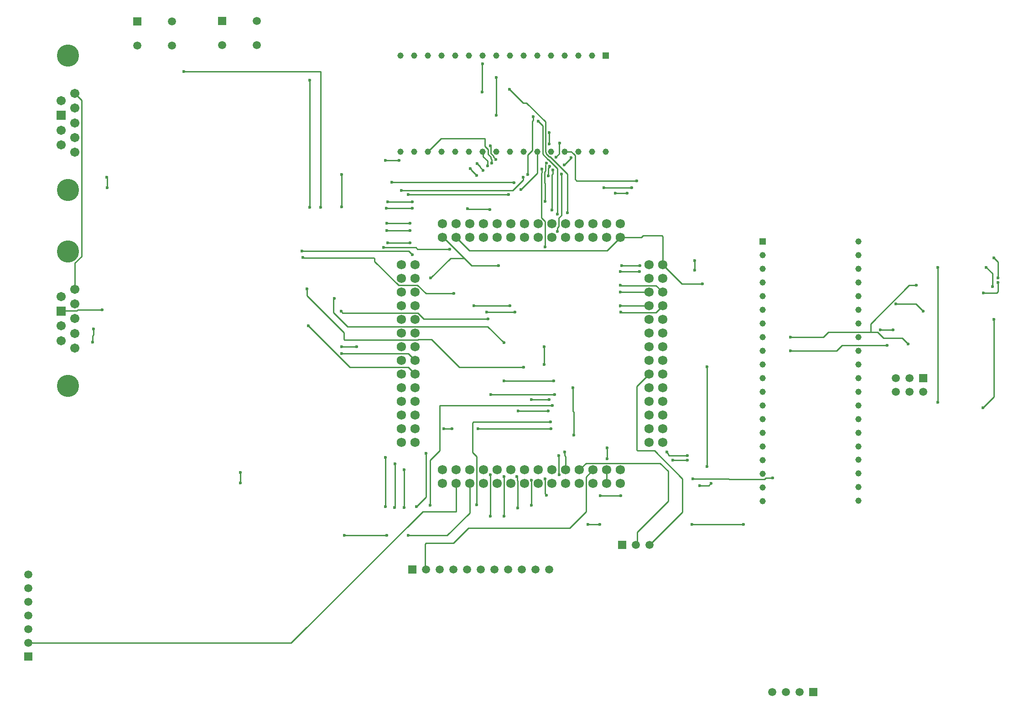
<source format=gbr>
G04*
G04 #@! TF.GenerationSoftware,Altium Limited,Altium Designer,22.4.2 (48)*
G04*
G04 Layer_Physical_Order=2*
G04 Layer_Color=16711680*
%FSLAX25Y25*%
%MOIN*%
G70*
G04*
G04 #@! TF.SameCoordinates,08344E4B-EA76-4565-9D62-395010ACA534*
G04*
G04*
G04 #@! TF.FilePolarity,Positive*
G04*
G01*
G75*
%ADD13C,0.01000*%
%ADD57C,0.04528*%
%ADD58R,0.04528X0.04528*%
%ADD59R,0.05937X0.05937*%
%ADD60C,0.05937*%
%ADD61R,0.05937X0.05937*%
%ADD62R,0.04528X0.04528*%
%ADD63C,0.05898*%
%ADD64R,0.05898X0.05898*%
%ADD65C,0.06724*%
%ADD66R,0.06724X0.06724*%
%ADD67C,0.16205*%
%ADD68C,0.06791*%
%ADD69C,0.02362*%
D13*
X419500Y425750D02*
Y426000D01*
X414500Y420750D02*
X419500Y425750D01*
X414500Y420500D02*
Y420750D01*
X391239Y452715D02*
X391739Y453215D01*
X391239Y431338D02*
Y452715D01*
X403500Y436000D02*
Y444000D01*
X411000Y436500D02*
X411082Y436582D01*
X403500Y444000D02*
X403646Y444146D01*
X411000Y429000D02*
Y436500D01*
X391739Y453215D02*
Y455739D01*
X391896Y455896D01*
X354500Y474000D02*
Y493631D01*
X355000Y494131D01*
Y494500D01*
X57000Y472968D02*
X61862Y468106D01*
Y353676D02*
Y468106D01*
X57000Y348814D02*
X61862Y353676D01*
X57000Y329756D02*
Y348814D01*
X345181Y357819D02*
X445819D01*
X455500Y367500D01*
X335500D02*
X345181Y357819D01*
X47000Y313575D02*
X47532Y314106D01*
X58606D01*
X59000Y314500D01*
X77000D01*
X477000Y142500D02*
X501000Y166500D01*
X467945Y143445D02*
Y145499D01*
X468000Y145554D02*
Y152000D01*
X490500Y174500D02*
Y196500D01*
X468000Y152000D02*
X490500Y174500D01*
X467000Y142500D02*
X467945Y143445D01*
Y145499D02*
X468000Y145554D01*
X484604Y202396D02*
X490500Y196500D01*
X341396Y352396D02*
X346792Y347000D01*
X326292Y367500D02*
X341396Y352396D01*
X317000Y338000D02*
X331396Y352396D01*
X341396D01*
X305000Y218000D02*
X305500Y217500D01*
X325500Y367500D02*
X326292D01*
X346792Y347000D02*
X366500D01*
X456500D02*
X470000D01*
X472241Y369000D02*
X485914D01*
X486500Y347500D02*
Y368414D01*
X455500Y367500D02*
X470741D01*
X472241Y369000D01*
X485914D02*
X486500Y368414D01*
Y347500D02*
X500500Y333500D01*
X515500D01*
X446000Y206500D02*
Y213500D01*
X491318Y208000D02*
X504500D01*
X415500Y197500D02*
Y207288D01*
X415000Y207788D02*
Y210424D01*
X414955Y210469D02*
X415000Y210424D01*
X490611Y208707D02*
X491318Y208000D01*
X490611Y208707D02*
Y209202D01*
X415000Y207788D02*
X415500Y207288D01*
X489500Y210313D02*
Y210681D01*
Y210313D02*
X490611Y209202D01*
X520131Y186000D02*
X521631Y187500D01*
X522000D01*
X513500Y186000D02*
X520131D01*
X519000Y200000D02*
Y273000D01*
X445500Y187500D02*
Y197500D01*
X480500Y211500D02*
X501000Y191000D01*
Y166500D02*
Y191000D01*
X467500Y212086D02*
X468086Y211500D01*
X467500Y212086D02*
Y258500D01*
X468086Y211500D02*
X480500D01*
X430396Y202396D02*
X484604D01*
X425500Y197500D02*
X430396Y202396D01*
X467500Y258500D02*
X476500Y267500D01*
X313000Y125000D02*
Y143414D01*
X313586Y144000D02*
X333500D01*
X313000Y125000D02*
X313500Y124500D01*
X313000Y143414D02*
X313586Y144000D01*
X333500D02*
X344500Y155000D01*
X418500D01*
X430396Y166896D02*
Y192396D01*
X418500Y155000D02*
X430396Y166896D01*
Y192396D02*
X435500Y197500D01*
X306500Y170500D02*
X313500Y177500D01*
Y209500D01*
X326500Y227500D02*
X332500D01*
X351500D02*
X405000D01*
X421500Y223000D02*
Y239870D01*
X421000Y240370D02*
Y257500D01*
Y240370D02*
X421500Y239870D01*
X350396Y171896D02*
Y207245D01*
X347500Y210141D02*
X350396Y207245D01*
X347500Y210141D02*
Y231914D01*
X348086Y232500D01*
X353500D01*
X353500Y232500D01*
X404500D01*
X360500Y163500D02*
Y194000D01*
X370500Y163500D02*
Y192500D01*
X380105Y189819D02*
X380500Y189424D01*
X380000Y192500D02*
X380105Y192395D01*
Y189819D02*
Y192395D01*
X380500Y169500D02*
Y189424D01*
X381000Y240500D02*
X403000D01*
X311086Y167086D02*
X335500D01*
X215000Y71000D02*
X311086Y167086D01*
X335500D02*
Y187500D01*
X316500Y204500D02*
X323500Y211500D01*
X316500Y171500D02*
Y204500D01*
X323500Y211500D02*
Y244500D01*
X406000D01*
X370500Y262500D02*
X407000D01*
X410500Y194500D02*
X411000Y194000D01*
X410500Y194500D02*
Y208000D01*
X390495Y171505D02*
X390500Y171500D01*
X390490Y189990D02*
X390495Y189985D01*
Y171505D02*
Y189985D01*
X390500Y249000D02*
X403500D01*
X361000Y252500D02*
X407500D01*
X534556Y191000D02*
X535056Y190500D01*
X508500Y191000D02*
X534556D01*
X535056Y190500D02*
X560744D01*
X561744Y191500D01*
X567000D01*
X400500Y180000D02*
X401000Y179500D01*
X400500Y180000D02*
Y191000D01*
X400000Y274500D02*
Y287500D01*
X253448Y293052D02*
X253896Y292604D01*
X226500Y325000D02*
X253448Y298052D01*
X226500Y325000D02*
Y330000D01*
X253448Y293052D02*
Y298052D01*
X307528Y292604D02*
X307924Y293000D01*
X317500D01*
X253896Y292604D02*
X307528D01*
X317500Y293000D02*
X338000Y272500D01*
X385000D01*
X245750Y322250D02*
X246500Y323000D01*
X245750Y312750D02*
Y322250D01*
Y312750D02*
X256104Y302396D01*
X358604D01*
X370500Y290500D01*
X252604Y312396D02*
X307528D01*
X251500Y313500D02*
X252604Y312396D01*
X307528D02*
X311924Y308000D01*
X359000D01*
X223500Y353000D02*
X224000Y352500D01*
X223000Y353500D02*
X223500Y353000D01*
X224000Y352500D02*
X275414D01*
X276000Y350077D02*
Y351914D01*
X275414Y352500D02*
X276000Y351914D01*
Y350077D02*
X293472Y332604D01*
X307319D01*
X313423Y326500D01*
X334000D01*
X282500Y360181D02*
X306159D01*
X307341Y359000D02*
X331000D01*
X301000Y357500D02*
X303500Y355000D01*
X223000Y357500D02*
X301000D01*
X306159Y360181D02*
X307341Y359000D01*
X222500Y358000D02*
X223000Y357500D01*
X285500Y363500D02*
X302000D01*
X227500Y303000D02*
X257896Y272604D01*
X300396D01*
X305500Y267500D01*
X252000Y287500D02*
X263000D01*
X252000Y282500D02*
X300500D01*
X305500Y277500D01*
X228500Y389500D02*
Y482500D01*
X136500Y489000D02*
X236500D01*
Y389500D02*
Y489000D01*
X254000Y149500D02*
X285000D01*
X300500D02*
X329000D01*
X345500Y166000D01*
Y187500D01*
X23000Y71000D02*
X215000D01*
X284000Y170500D02*
Y206500D01*
X291000Y170500D02*
Y202000D01*
X297500Y170000D02*
Y197500D01*
X432000Y157500D02*
X440500D01*
X508000D02*
X545500D01*
X494000Y204500D02*
X504500D01*
X252000Y390000D02*
Y413500D01*
X285500Y393500D02*
X303500D01*
X481604Y332396D02*
X486500Y327500D01*
X456104Y332396D02*
X481604D01*
X455500Y327500D02*
X476500D01*
X80000Y412000D02*
X80250Y411750D01*
X80500Y404000D02*
Y411500D01*
X80250Y411750D02*
X80500Y411500D01*
X348500Y317500D02*
X375000D01*
X455000Y317000D02*
X455500Y317500D01*
X476500D01*
X285000Y372500D02*
X302000D01*
X358000Y313000D02*
X378500D01*
X456396Y312604D02*
X481604D01*
X486500Y317500D01*
X456000Y313000D02*
X456396Y312604D01*
X284000Y424000D02*
X294000D01*
X455500Y342500D02*
X469500D01*
X285000Y378000D02*
X302000D01*
X284500Y389000D02*
X303500D01*
X178000Y188000D02*
Y195500D01*
X70000Y295630D02*
X70500Y296130D01*
X70000Y291000D02*
Y295630D01*
X70500Y296130D02*
Y300500D01*
X383000Y402500D02*
X395000Y414500D01*
Y430421D01*
X288500Y408000D02*
X377131D01*
X377631Y407500D01*
X378000D01*
X388000Y413500D02*
Y428098D01*
X391239Y431338D01*
X384646Y409646D02*
Y411646D01*
X295500Y402000D02*
X377000D01*
X384646Y409646D01*
X409500Y384500D02*
Y417902D01*
X402745Y424657D02*
X409500Y417902D01*
X403000Y418131D02*
X403989Y419121D01*
Y419489D01*
X402613Y424657D02*
X402745D01*
X403000Y412500D02*
Y418131D01*
X398764Y428506D02*
Y449236D01*
Y428506D02*
X402613Y424657D01*
X405681Y413611D02*
X406164Y414094D01*
Y416925D01*
X405500Y387500D02*
Y400779D01*
X400319Y407365D02*
Y415604D01*
X401000Y416285D01*
X405681Y400960D02*
Y413611D01*
X400319Y407365D02*
X400500Y407184D01*
X401000Y416285D02*
Y420500D01*
X405500Y400779D02*
X405681Y400960D01*
X398146Y414792D02*
Y417646D01*
X397819Y382105D02*
Y414465D01*
X398146Y414792D01*
X400500Y394000D02*
Y407184D01*
Y360500D02*
Y379423D01*
X397819Y382105D02*
X400500Y379423D01*
X409500Y372000D02*
X409605Y372105D01*
X412500Y383708D02*
Y414000D01*
X410604Y375681D02*
Y381813D01*
X412500Y383708D01*
X300500Y399000D02*
X374000D01*
X359906Y388302D02*
X360104Y388104D01*
X344000Y388500D02*
X344198Y388302D01*
X359906D01*
X346500Y417000D02*
X350500Y413000D01*
X346500Y417000D02*
Y417500D01*
X355343Y426657D02*
Y430079D01*
X355000Y430421D02*
X355343Y430079D01*
X358500Y420000D02*
Y423500D01*
X355343Y426657D02*
X358500Y423500D01*
X361000Y425181D02*
Y426270D01*
Y425181D02*
X361500Y424681D01*
Y422000D02*
Y424681D01*
X351000Y421500D02*
X353277Y419223D01*
Y418808D02*
X355319Y416766D01*
X353277Y418808D02*
Y419223D01*
X315000Y430421D02*
X324579Y440000D01*
X356500D01*
X360761Y432812D02*
X360764Y432809D01*
Y429335D02*
Y432809D01*
X356500Y434244D02*
Y440000D01*
Y434244D02*
X358764Y431980D01*
Y428506D02*
Y431980D01*
Y428506D02*
X361000Y426270D01*
X360500Y434500D02*
X360761Y434239D01*
X360764Y429335D02*
X363000Y427099D01*
X360761Y432812D02*
Y434239D01*
X364500Y424500D02*
Y424869D01*
X363000Y426369D02*
X364500Y424869D01*
X363000Y426369D02*
Y427099D01*
X421236Y428862D02*
X422411Y427688D01*
X423586Y409000D02*
X467500D01*
X422411Y410175D02*
Y427688D01*
X419704Y430421D02*
X421236Y428890D01*
Y428862D02*
Y428890D01*
X422411Y410175D02*
X423586Y409000D01*
X415000Y430421D02*
X419704D01*
X443500Y404000D02*
X464000D01*
X452000Y400000D02*
X460500D01*
X451500D02*
X452000D01*
X510000Y343500D02*
Y350500D01*
X408396Y426396D02*
X411000Y429000D01*
X404343Y426657D02*
X417000Y414000D01*
X401236Y428862D02*
X403441Y426657D01*
X400764Y430236D02*
X401236Y429764D01*
X403441Y426657D02*
X404343D01*
X401236Y428862D02*
Y429764D01*
X400764Y430236D02*
Y452236D01*
X417000Y385500D02*
Y414000D01*
X409605Y374681D02*
X410604Y375681D01*
X409605Y372105D02*
Y374681D01*
X386917Y466083D02*
X400764Y452236D01*
X395500Y452500D02*
X398764Y449236D01*
X365000Y457000D02*
Y484500D01*
X374500Y476000D02*
X384417Y466083D01*
X386917D01*
X441000Y178500D02*
X456000D01*
X687500Y247000D02*
Y345500D01*
X730500Y327000D02*
X731500Y328000D01*
Y334500D01*
Y338000D02*
Y349500D01*
X728500Y352500D02*
X731500Y349500D01*
X721000Y327000D02*
X730500D01*
X728500Y251000D02*
Y307500D01*
X720500Y243000D02*
X728500Y251000D01*
X638500Y298264D02*
X643445D01*
X607596D02*
X638500D01*
Y304292D02*
X666708Y332500D01*
X638500Y298264D02*
Y304292D01*
X666708Y332500D02*
X672000D01*
X661618Y293882D02*
X666000Y289500D01*
X647826Y293882D02*
X661618D01*
X643445Y298264D02*
X647826Y293882D01*
X603832Y294500D02*
X607596Y298264D01*
X580000Y294500D02*
X603832D01*
X617434Y288500D02*
X650500D01*
X580000Y284500D02*
X613434D01*
X617434Y288500D01*
X727381Y331500D02*
Y341120D01*
X723000Y345500D02*
X727381Y341120D01*
X657000Y319000D02*
X671500D01*
X677000Y313500D01*
X645500Y300000D02*
X655000D01*
D57*
X629500Y364500D02*
D03*
Y354500D02*
D03*
Y344500D02*
D03*
Y334500D02*
D03*
Y324500D02*
D03*
Y314500D02*
D03*
Y304500D02*
D03*
Y294500D02*
D03*
Y284500D02*
D03*
Y274500D02*
D03*
Y264500D02*
D03*
Y254500D02*
D03*
Y244500D02*
D03*
Y234500D02*
D03*
Y224500D02*
D03*
Y214500D02*
D03*
X559421Y254500D02*
D03*
Y264500D02*
D03*
Y274500D02*
D03*
Y284500D02*
D03*
Y294500D02*
D03*
Y304500D02*
D03*
Y314500D02*
D03*
Y324500D02*
D03*
Y334500D02*
D03*
Y344500D02*
D03*
Y354500D02*
D03*
Y244500D02*
D03*
Y234500D02*
D03*
Y224500D02*
D03*
Y214500D02*
D03*
Y204500D02*
D03*
Y194500D02*
D03*
Y184500D02*
D03*
Y174500D02*
D03*
X629421Y205000D02*
D03*
Y195000D02*
D03*
Y185000D02*
D03*
Y175000D02*
D03*
X435000Y500500D02*
D03*
X425000D02*
D03*
X415000D02*
D03*
X405000D02*
D03*
X395000D02*
D03*
X385000D02*
D03*
X375000D02*
D03*
X365000D02*
D03*
X355000D02*
D03*
X345000D02*
D03*
X335000D02*
D03*
X325000D02*
D03*
X315000D02*
D03*
X305000D02*
D03*
X295000D02*
D03*
Y430421D02*
D03*
X305000D02*
D03*
X315000D02*
D03*
X325000D02*
D03*
X335000D02*
D03*
X345000D02*
D03*
X355000D02*
D03*
X365000D02*
D03*
X375000D02*
D03*
X385000D02*
D03*
X395000D02*
D03*
X405000D02*
D03*
X415000D02*
D03*
X425000D02*
D03*
X435000D02*
D03*
X445000D02*
D03*
D58*
X559421Y364500D02*
D03*
D59*
X677000Y264500D02*
D03*
X596500Y35000D02*
D03*
X457000Y142500D02*
D03*
X303500Y124500D02*
D03*
D60*
X677000Y254500D02*
D03*
X667000D02*
D03*
X657000D02*
D03*
X667000Y264500D02*
D03*
X657000D02*
D03*
X566500Y35000D02*
D03*
X586500D02*
D03*
X576500D02*
D03*
X477000Y142500D02*
D03*
X467000D02*
D03*
X363500Y124500D02*
D03*
X373500D02*
D03*
X383500D02*
D03*
X393500D02*
D03*
X403500D02*
D03*
X353500D02*
D03*
X313500D02*
D03*
X323500D02*
D03*
X333500D02*
D03*
X343500D02*
D03*
X23000Y121000D02*
D03*
Y101000D02*
D03*
Y91000D02*
D03*
Y81000D02*
D03*
Y71000D02*
D03*
Y111000D02*
D03*
D61*
Y61000D02*
D03*
D62*
X445000Y500500D02*
D03*
D63*
X164409Y508284D02*
D03*
X190000D02*
D03*
Y526000D02*
D03*
X102409Y507784D02*
D03*
X128000D02*
D03*
Y525500D02*
D03*
D64*
X164409Y526000D02*
D03*
X102409Y525500D02*
D03*
D65*
X47000Y292000D02*
D03*
X57000Y297394D02*
D03*
X47000Y302787D02*
D03*
X57000Y308181D02*
D03*
Y318969D02*
D03*
X47000Y324362D02*
D03*
X57000Y329756D02*
D03*
Y286606D02*
D03*
X47000Y435213D02*
D03*
X57000Y440606D02*
D03*
X47000Y446000D02*
D03*
X57000Y451394D02*
D03*
Y462181D02*
D03*
X47000Y467575D02*
D03*
X57000Y472968D02*
D03*
Y429819D02*
D03*
D66*
X47000Y313575D02*
D03*
Y456787D02*
D03*
D67*
X52000Y357394D02*
D03*
Y258968D02*
D03*
Y500606D02*
D03*
Y402181D02*
D03*
D68*
X375500Y377500D02*
D03*
X385500D02*
D03*
X425500D02*
D03*
X395500D02*
D03*
X405500D02*
D03*
X415500D02*
D03*
X435500D02*
D03*
X445500D02*
D03*
X455500D02*
D03*
X375500Y367500D02*
D03*
X385500D02*
D03*
X425500D02*
D03*
X395500D02*
D03*
X445500D02*
D03*
X455500D02*
D03*
X325500Y377500D02*
D03*
X335500D02*
D03*
X345500D02*
D03*
X355500D02*
D03*
X365500D02*
D03*
X325500Y367500D02*
D03*
X335500D02*
D03*
X345500D02*
D03*
X355500D02*
D03*
X365500D02*
D03*
X405500D02*
D03*
X415500D02*
D03*
X435500D02*
D03*
X455500Y187500D02*
D03*
X445500D02*
D03*
X435500D02*
D03*
X425500D02*
D03*
X415500D02*
D03*
X405500D02*
D03*
X395500D02*
D03*
X385500D02*
D03*
X375500D02*
D03*
X365500D02*
D03*
X355500D02*
D03*
X345500D02*
D03*
X335500D02*
D03*
X325500D02*
D03*
X455500Y197500D02*
D03*
X445500D02*
D03*
X435500D02*
D03*
X425500D02*
D03*
X415500D02*
D03*
X405500D02*
D03*
X395500D02*
D03*
X385500D02*
D03*
X375500D02*
D03*
X365500D02*
D03*
X355500D02*
D03*
X345500D02*
D03*
X335500D02*
D03*
X325500D02*
D03*
X476500Y217500D02*
D03*
Y227500D02*
D03*
Y237500D02*
D03*
Y247500D02*
D03*
Y257500D02*
D03*
Y267500D02*
D03*
Y277500D02*
D03*
Y287500D02*
D03*
Y297500D02*
D03*
Y307500D02*
D03*
Y317500D02*
D03*
Y327500D02*
D03*
Y337500D02*
D03*
Y347500D02*
D03*
X486500Y217500D02*
D03*
Y227500D02*
D03*
Y237500D02*
D03*
Y247500D02*
D03*
Y257500D02*
D03*
Y267500D02*
D03*
Y277500D02*
D03*
Y287500D02*
D03*
Y297500D02*
D03*
Y307500D02*
D03*
Y317500D02*
D03*
Y327500D02*
D03*
Y337500D02*
D03*
Y347500D02*
D03*
X295500Y217500D02*
D03*
Y227500D02*
D03*
Y237500D02*
D03*
Y247500D02*
D03*
Y257500D02*
D03*
Y267500D02*
D03*
Y277500D02*
D03*
Y287500D02*
D03*
Y297500D02*
D03*
Y307500D02*
D03*
Y317500D02*
D03*
Y327500D02*
D03*
Y337500D02*
D03*
Y347500D02*
D03*
X305500Y217500D02*
D03*
Y227500D02*
D03*
Y237500D02*
D03*
Y247500D02*
D03*
Y257500D02*
D03*
Y267500D02*
D03*
Y277500D02*
D03*
Y287500D02*
D03*
Y297500D02*
D03*
Y307500D02*
D03*
Y317500D02*
D03*
Y327500D02*
D03*
Y337500D02*
D03*
Y347500D02*
D03*
D69*
X419500Y426000D02*
D03*
X391896Y455896D02*
D03*
X403646Y444146D02*
D03*
X411082Y436582D02*
D03*
X403500Y436000D02*
D03*
X355000Y494500D02*
D03*
X77000Y314500D02*
D03*
X317000Y338000D02*
D03*
X366500Y347000D02*
D03*
X456500D02*
D03*
X470000D02*
D03*
X515500Y333500D02*
D03*
X446000Y205500D02*
D03*
Y213500D02*
D03*
X489500Y210681D02*
D03*
X414955Y210469D02*
D03*
X513500Y186000D02*
D03*
X522000Y187500D02*
D03*
X519000Y200000D02*
D03*
Y273000D02*
D03*
X306500Y170500D02*
D03*
X313500Y209500D02*
D03*
X326500Y227500D02*
D03*
X332500D02*
D03*
X351500D02*
D03*
X405000D02*
D03*
X421500Y223000D02*
D03*
X350396Y171896D02*
D03*
X404500Y232500D02*
D03*
X380500Y169500D02*
D03*
X360500Y163500D02*
D03*
X370500D02*
D03*
X380000Y192500D02*
D03*
X381000Y240500D02*
D03*
X403000D02*
D03*
X316500Y171500D02*
D03*
X406000Y244500D02*
D03*
X370500Y192500D02*
D03*
Y262500D02*
D03*
X407000D02*
D03*
X411000Y194000D02*
D03*
X410500Y208000D02*
D03*
X421000Y257500D02*
D03*
X390500Y171500D02*
D03*
X390490Y189990D02*
D03*
X390500Y249000D02*
D03*
X403500D02*
D03*
X407500Y252500D02*
D03*
X360500Y194000D02*
D03*
X361000Y252500D02*
D03*
X508500Y191000D02*
D03*
X567000Y191500D02*
D03*
X401500Y179000D02*
D03*
X400500Y191000D02*
D03*
X400000Y274500D02*
D03*
Y287500D02*
D03*
X226500Y330000D02*
D03*
X385000Y272500D02*
D03*
X246500Y323000D02*
D03*
X370500Y290500D02*
D03*
X251500Y313500D02*
D03*
X359000Y308000D02*
D03*
X223500Y353000D02*
D03*
X334000Y326500D02*
D03*
X223000Y357500D02*
D03*
X282500Y360181D02*
D03*
X285500Y363500D02*
D03*
X303500Y355000D02*
D03*
X227500Y303000D02*
D03*
X252000Y287500D02*
D03*
X263000D02*
D03*
X252000Y282500D02*
D03*
X228500Y482500D02*
D03*
Y389500D02*
D03*
X136500Y489000D02*
D03*
X236500Y389500D02*
D03*
X254000Y149500D02*
D03*
X285000D02*
D03*
X300500D02*
D03*
X284000Y206500D02*
D03*
Y170500D02*
D03*
X290500Y170000D02*
D03*
X291000Y202000D02*
D03*
X297500Y170000D02*
D03*
Y197500D02*
D03*
X432000Y157500D02*
D03*
X440500D02*
D03*
X508000D02*
D03*
X545500D02*
D03*
X504500Y208000D02*
D03*
X494000Y204500D02*
D03*
X504500D02*
D03*
X252000Y413500D02*
D03*
X285500Y393500D02*
D03*
X303500D02*
D03*
X331000Y359000D02*
D03*
X455500Y332500D02*
D03*
X252000Y390000D02*
D03*
X455500Y327500D02*
D03*
X80500Y404000D02*
D03*
X302000Y363500D02*
D03*
X348500Y317500D02*
D03*
X375000D02*
D03*
X455500D02*
D03*
X285000Y372500D02*
D03*
X302000D02*
D03*
X358000Y313000D02*
D03*
X378500D02*
D03*
X456000D02*
D03*
X284000Y424000D02*
D03*
X294000D02*
D03*
X455500Y342500D02*
D03*
X469500D02*
D03*
X80250Y411750D02*
D03*
X285000Y378000D02*
D03*
X302000D02*
D03*
X284500Y389000D02*
D03*
X303500D02*
D03*
X178000Y195500D02*
D03*
Y188000D02*
D03*
X70500Y300500D02*
D03*
X70000Y291000D02*
D03*
X383000Y402500D02*
D03*
X378000Y407500D02*
D03*
X288500Y408000D02*
D03*
X384646Y411646D02*
D03*
X295500Y402000D02*
D03*
X406164Y416925D02*
D03*
X401679Y421932D02*
D03*
X403989Y419489D02*
D03*
X403000Y412500D02*
D03*
X398146Y417646D02*
D03*
X409500Y372000D02*
D03*
X400500Y360500D02*
D03*
X409500Y384500D02*
D03*
X405500Y387500D02*
D03*
X374000Y399000D02*
D03*
X300500D02*
D03*
X344000Y388500D02*
D03*
X350500Y413000D02*
D03*
X360104Y388104D02*
D03*
X346000Y418000D02*
D03*
X358500Y420000D02*
D03*
X361500Y422000D02*
D03*
X355319Y416766D02*
D03*
X351000Y421500D02*
D03*
X360500Y434500D02*
D03*
X364500Y424500D02*
D03*
X467500Y409000D02*
D03*
X443500Y404000D02*
D03*
X464000D02*
D03*
X452000Y400000D02*
D03*
X460500D02*
D03*
X510000Y350500D02*
D03*
Y343500D02*
D03*
X408396Y426396D02*
D03*
X400500Y394000D02*
D03*
X414500Y420500D02*
D03*
X412500Y414000D02*
D03*
X388000Y413500D02*
D03*
X354500Y474000D02*
D03*
X374500Y476000D02*
D03*
X365000Y457000D02*
D03*
Y484500D02*
D03*
X395500Y452500D02*
D03*
X417000Y385500D02*
D03*
X441000Y178500D02*
D03*
X456000D02*
D03*
X687500Y247000D02*
D03*
Y345500D02*
D03*
X731500Y334500D02*
D03*
Y338000D02*
D03*
X721000Y327000D02*
D03*
X728500Y307500D02*
D03*
X720500Y243000D02*
D03*
X672000Y332500D02*
D03*
X666000Y289500D02*
D03*
X580000Y294500D02*
D03*
X650500Y288500D02*
D03*
X580000Y284500D02*
D03*
X727381Y331500D02*
D03*
X728500Y352500D02*
D03*
X723000Y345500D02*
D03*
X677000Y313500D02*
D03*
X657000Y319000D02*
D03*
X655000Y300000D02*
D03*
X645500D02*
D03*
M02*

</source>
